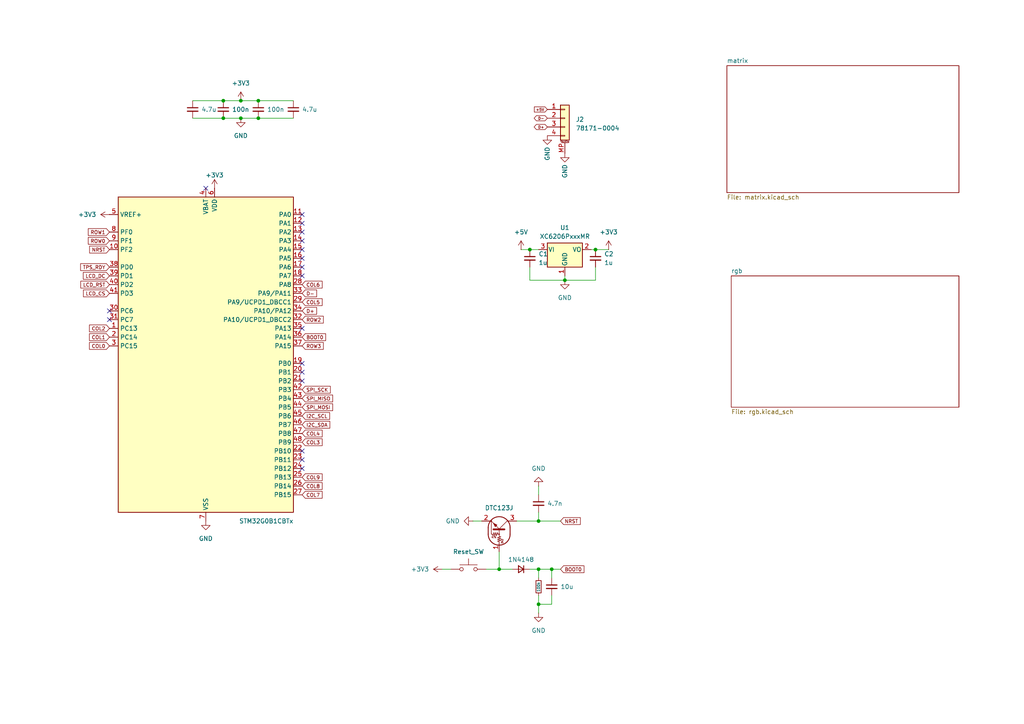
<source format=kicad_sch>
(kicad_sch (version 20250114) (generator "eeschema") (generator_version "9.0")
  (paper "A4")
  (title_block (rev "1"))
  (lib_symbols
    (symbol "Connector_Generic_MountingPin:Conn_01x04_MountingPin" (pin_names (offset 1.016) (hide yes))
      (property "Reference" "J" (at 0 5.08 0))
      (property "Value" "Conn_01x04_MountingPin" (at 1.27 -7.62 0))
      (symbol "Conn_01x04_MountingPin_1_1"
        (rectangle (start -1.27 3.81) (end 1.27 -6.35) (stroke (width 0.254)) (fill (type background)))
        (rectangle (start -1.27 2.667) (end 0 2.413) (stroke (width 0.1524)))
        (rectangle (start -1.27 0.127) (end 0 -0.127) (stroke (width 0.1524)))
        (rectangle (start -1.27 -2.413) (end 0 -2.667) (stroke (width 0.1524)))
        (rectangle (start -1.27 -4.953) (end 0 -5.207) (stroke (width 0.1524)))
        (polyline (pts (xy -1.016 -7.112) (xy 1.016 -7.112)) (stroke (width 0.1524)))
        (text "Mounting" (at 0 -6.731 0) (effects (font (size 0.381 0.381))))
        (pin passive line (at -5.08 2.54 0) (length 3.81) (name "Pin_1") (number "1"))
        (pin passive line (at -5.08 0 0) (length 3.81) (name "Pin_2") (number "2"))
        (pin passive line (at -5.08 -2.54 0) (length 3.81) (name "Pin_3") (number "3"))
        (pin passive line (at -5.08 -5.08 0) (length 3.81) (name "Pin_4") (number "4"))
        (pin passive line (at 0 -10.16 90) (length 3.048) (name "MountPin") (number "MP"))
      )
    )
    (symbol "Device:C_Small" (pin_numbers (hide yes)) (pin_names (offset 0.254) (hide yes))
      (property "Reference" "C" (at 0.254 1.778 0))
      (property "Value" "C_Small" (at 0.254 -2.032 0))
      (symbol "C_Small_0_1"
        (polyline (pts (xy -1.524 0.508) (xy 1.524 0.508)) (stroke (width 0.3048)))
        (polyline (pts (xy -1.524 -0.508) (xy 1.524 -0.508)) (stroke (width 0.3302)))
      )
      (symbol "C_Small_1_1"
        (pin passive line (at 0 2.54 270) (length 2.032) (name "~") (number "1"))
        (pin passive line (at 0 -2.54 90) (length 2.032) (name "~") (number "2"))
      )
    )
    (symbol "Device:D_Small" (pin_numbers (hide yes)) (pin_names (offset 0.254) (hide yes))
      (property "Reference" "D" (at -1.27 2.032 0))
      (property "Value" "D_Small" (at -3.81 -2.032 0))
      (symbol "D_Small_0_1"
        (polyline (pts (xy -0.762 0) (xy 0.762 0)))
        (polyline (pts (xy -0.762 -1.016) (xy -0.762 1.016)) (stroke (width 0.254)))
        (polyline (pts (xy 0.762 -1.016) (xy -0.762 0) (xy 0.762 1.016) (xy 0.762 -1.016)) (stroke (width 0.254)))
      )
      (symbol "D_Small_1_1"
        (pin passive line (at -2.54 0 0) (length 1.778) (name "K") (number "1"))
        (pin passive line (at 2.54 0 180) (length 1.778) (name "A") (number "2"))
      )
    )
    (symbol "Device:R_Small" (pin_numbers (hide yes)) (pin_names (offset 0.254) (hide yes))
      (property "Reference" "R" (at 0.762 0.508 0))
      (property "Value" "R_Small" (at 0.762 -1.016 0))
      (symbol "R_Small_0_1"
        (rectangle (start -0.762 1.778) (end 0.762 -1.778) (stroke (width 0.2032)))
      )
      (symbol "R_Small_1_1"
        (pin passive line (at 0 2.54 270) (length 0.762) (name "~") (number "1"))
        (pin passive line (at 0 -2.54 90) (length 0.762) (name "~") (number "2"))
      )
    )
    (symbol "MCU_ST_STM32G0:STM32G0B1CBTx"
      (property "Reference" "U" (at -25.4 46.99 0))
      (property "Value" "STM32G0B1CBTx" (at 5.08 46.99 0))
      (symbol "STM32G0B1CBTx_0_1"
        (rectangle (start -25.4 -45.72) (end 25.4 45.72) (stroke (width 0.254)) (fill (type background)))
      )
      (symbol "STM32G0B1CBTx_1_1"
        (pin input line (at -27.94 40.64 0) (length 2.54) (name "VREF+") (number "5"))
        (pin bidirectional line (at -27.94 35.56 0) (length 2.54) (name "PF0") (number "8"))
        (pin bidirectional line (at -27.94 33.02 0) (length 2.54) (name "PF1") (number "9"))
        (pin bidirectional line (at -27.94 30.48 0) (length 2.54) (name "PF2") (number "10"))
        (pin bidirectional line (at -27.94 25.4 0) (length 2.54) (name "PD0") (number "38"))
        (pin bidirectional line (at -27.94 22.86 0) (length 2.54) (name "PD1") (number "39"))
        (pin bidirectional line (at -27.94 20.32 0) (length 2.54) (name "PD2") (number "40"))
        (pin bidirectional line (at -27.94 17.78 0) (length 2.54) (name "PD3") (number "41"))
        (pin bidirectional line (at -27.94 12.7 0) (length 2.54) (name "PC6") (number "30"))
        (pin bidirectional line (at -27.94 10.16 0) (length 2.54) (name "PC7") (number "31"))
        (pin bidirectional line (at -27.94 7.62 0) (length 2.54) (name "PC13") (number "1"))
        (pin bidirectional line (at -27.94 5.08 0) (length 2.54) (name "PC14") (number "2"))
        (pin bidirectional line (at -27.94 2.54 0) (length 2.54) (name "PC15") (number "3"))
        (pin power_in line (at 0 48.26 270) (length 2.54) (name "VBAT") (number "4"))
        (pin power_in line (at 0 -48.26 90) (length 2.54) (name "VSS") (number "7"))
        (pin power_in line (at 2.54 48.26 270) (length 2.54) (name "VDD") (number "6"))
        (pin bidirectional line (at 27.94 40.64 180) (length 2.54) (name "PA0") (number "11"))
        (pin bidirectional line (at 27.94 38.1 180) (length 2.54) (name "PA1") (number "12"))
        (pin bidirectional line (at 27.94 35.56 180) (length 2.54) (name "PA2") (number "13"))
        (pin bidirectional line (at 27.94 33.02 180) (length 2.54) (name "PA3") (number "14"))
        (pin bidirectional line (at 27.94 30.48 180) (length 2.54) (name "PA4") (number "15"))
        (pin bidirectional line (at 27.94 27.94 180) (length 2.54) (name "PA5") (number "16"))
        (pin bidirectional line (at 27.94 25.4 180) (length 2.54) (name "PA6") (number "17"))
        (pin bidirectional line (at 27.94 22.86 180) (length 2.54) (name "PA7") (number "18"))
        (pin bidirectional line (at 27.94 20.32 180) (length 2.54) (name "PA8") (number "28"))
        (pin bidirectional line (at 27.94 17.78 180) (length 2.54) (name "PA9/PA11") (number "33"))
        (pin bidirectional line (at 27.94 15.24 180) (length 2.54) (name "PA9/UCPD1_DBCC1") (number "29"))
        (pin bidirectional line (at 27.94 12.7 180) (length 2.54) (name "PA10/PA12") (number "34"))
        (pin bidirectional line (at 27.94 10.16 180) (length 2.54) (name "PA10/UCPD1_DBCC2") (number "32"))
        (pin bidirectional line (at 27.94 7.62 180) (length 2.54) (name "PA13") (number "35"))
        (pin bidirectional line (at 27.94 5.08 180) (length 2.54) (name "PA14") (number "36"))
        (pin bidirectional line (at 27.94 2.54 180) (length 2.54) (name "PA15") (number "37"))
        (pin bidirectional line (at 27.94 -2.54 180) (length 2.54) (name "PB0") (number "19"))
        (pin bidirectional line (at 27.94 -5.08 180) (length 2.54) (name "PB1") (number "20"))
        (pin bidirectional line (at 27.94 -7.62 180) (length 2.54) (name "PB2") (number "21"))
        (pin bidirectional line (at 27.94 -10.16 180) (length 2.54) (name "PB3") (number "42"))
        (pin bidirectional line (at 27.94 -12.7 180) (length 2.54) (name "PB4") (number "43"))
        (pin bidirectional line (at 27.94 -15.24 180) (length 2.54) (name "PB5") (number "44"))
        (pin bidirectional line (at 27.94 -17.78 180) (length 2.54) (name "PB6") (number "45"))
        (pin bidirectional line (at 27.94 -20.32 180) (length 2.54) (name "PB7") (number "46"))
        (pin bidirectional line (at 27.94 -22.86 180) (length 2.54) (name "PB8") (number "47"))
        (pin bidirectional line (at 27.94 -25.4 180) (length 2.54) (name "PB9") (number "48"))
        (pin bidirectional line (at 27.94 -27.94 180) (length 2.54) (name "PB10") (number "22"))
        (pin bidirectional line (at 27.94 -30.48 180) (length 2.54) (name "PB11") (number "23"))
        (pin bidirectional line (at 27.94 -33.02 180) (length 2.54) (name "PB12") (number "24"))
        (pin bidirectional line (at 27.94 -35.56 180) (length 2.54) (name "PB13") (number "25"))
        (pin bidirectional line (at 27.94 -38.1 180) (length 2.54) (name "PB14") (number "26"))
        (pin bidirectional line (at 27.94 -40.64 180) (length 2.54) (name "PB15") (number "27"))
      )
    )
    (symbol "Regulator_Linear:XC6206PxxxMR" (pin_names (offset 0.254))
      (property "Reference" "U" (at -3.81 3.175 0))
      (property "Value" "XC6206PxxxMR" (at 0 3.175 0))
      (symbol "XC6206PxxxMR_0_1"
        (rectangle (start -5.08 1.905) (end 5.08 -5.08) (stroke (width 0.254)) (fill (type background)))
      )
      (symbol "XC6206PxxxMR_1_1"
        (pin power_in line (at -7.62 0 0) (length 2.54) (name "VI") (number "3"))
        (pin power_in line (at 0 -7.62 90) (length 2.54) (name "GND") (number "1"))
        (pin power_out line (at 7.62 0 180) (length 2.54) (name "VO") (number "2"))
      )
    )
    (symbol "Switch:SW_Push" (pin_numbers (hide yes)) (pin_names (offset 1.016) (hide yes))
      (property "Reference" "SW" (at 1.27 2.54 0))
      (property "Value" "SW_Push" (at 0 -1.524 0))
      (symbol "SW_Push_0_1"
        (circle (center -2.032 0) (radius 0.508))
        (polyline (pts (xy 0 1.27) (xy 0 3.048)))
        (circle (center 2.032 0) (radius 0.508))
        (polyline (pts (xy 2.54 1.27) (xy -2.54 1.27)))
        (pin passive line (at -5.08 0 0) (length 2.54) (name "1") (number "1"))
        (pin passive line (at 5.08 0 180) (length 2.54) (name "2") (number "2"))
      )
    )
    (symbol "Transistor_BJT:DTC123J" (pin_names (offset 0) (hide yes))
      (property "Reference" "Q" (at 5.08 1.905 0))
      (property "Value" "DTC123J" (at 5.08 0 0))
      (symbol "DTC123J_0_0"
        (text "2k2" (at -3.302 0.889 0) (effects (font (size 0.508 0.508))))
        (text "47k" (at -2.159 -1.524 900) (effects (font (size 0.508 0.508))))
      )
      (symbol "DTC123J_0_1"
        (polyline (pts (xy -3.429 0) (xy -3.81 0)))
        (polyline (pts (xy -1.27 3.175) (xy 0.635 3.175)) (stroke (width 0.254)))
        (circle (center -1.27 0) (radius 0.127))
        (polyline (pts (xy -1.27 0) (xy -1.27 -0.381) (xy -0.762 -0.508) (xy -1.778 -0.762) (xy -0.762 -1.016) (xy -1.778 -1.27) (xy -0.762 -1.524) (xy -1.778 -1.778) (xy -1.27 -1.905) (xy -1.27 -2.286) (xy 2.54 -2.286)))
        (polyline (pts (xy -1.27 -3.175) (xy 0.635 -3.175)) (stroke (width 0.254)))
        (arc (start -1.27 -3.175) (mid -4.4312 0) (end -1.27 3.175) (stroke (width 0.254)))
        (polyline (pts (xy 0 0) (xy -1.905 0) (xy -2.032 0.508) (xy -2.286 -0.508) (xy -2.54 0.508) (xy -2.794 -0.508) (xy -3.048 0.508) (xy -3.302 -0.508) (xy -3.429 0)))
        (polyline (pts (xy 0 -0.254) (xy 2.54 2.286)))
        (polyline (pts (xy 0.127 1.524) (xy 0.127 -1.651)) (stroke (width 0.508)) (fill (type outline)))
        (arc (start 0.635 3.175) (mid 3.7962 0) (end 0.635 -3.175) (stroke (width 0.254)))
        (polyline (pts (xy 0.889 -1.143) (xy 1.397 -0.635) (xy 1.905 -1.651) (xy 0.889 -1.143)) (fill (type outline)))
        (polyline (pts (xy 2.54 2.286) (xy 2.54 2.54)))
        (polyline (pts (xy 2.54 -2.286) (xy 0 0.254) (xy 0 0.254)))
        (circle (center 2.54 -2.286) (radius 0.127))
      )
      (symbol "DTC123J_1_1"
        (pin input line (at -6.35 0 0) (length 2.54) (name "B") (number "1"))
        (pin passive line (at 2.54 5.08 270) (length 2.54) (name "C") (number "3"))
        (pin passive line (at 2.54 -5.08 90) (length 2.54) (name "E") (number "2"))
      )
    )
    (symbol "power:+3V3" (power) (pin_numbers (hide yes)) (pin_names (offset 0) (hide yes))
      (property "Value" "+3V3" (at 0 3.556 0))
      (symbol "+3V3_0_1"
        (polyline (pts (xy -0.762 1.27) (xy 0 2.54)))
        (polyline (pts (xy 0 2.54) (xy 0.762 1.27)))
        (polyline (pts (xy 0 0) (xy 0 2.54)))
      )
      (symbol "+3V3_1_1"
        (pin power_in line (at 0 0 90) (length 0) (name "~") (number "1"))
      )
    )
    (symbol "power:+5V" (power) (pin_numbers (hide yes)) (pin_names (offset 0) (hide yes))
      (property "Value" "+5V" (at 0 3.556 0))
      (symbol "+5V_0_1"
        (polyline (pts (xy -0.762 1.27) (xy 0 2.54)))
        (polyline (pts (xy 0 2.54) (xy 0.762 1.27)))
        (polyline (pts (xy 0 0) (xy 0 2.54)))
      )
      (symbol "+5V_1_1"
        (pin power_in line (at 0 0 90) (length 0) (name "~") (number "1"))
      )
    )
    (symbol "power:GND" (power) (pin_numbers (hide yes)) (pin_names (offset 0) (hide yes))
      (property "Value" "GND" (at 0 -3.81 0))
      (symbol "GND_0_1"
        (polyline (pts (xy 0 0) (xy 0 -1.27) (xy 1.27 -1.27) (xy 0 -2.54) (xy -1.27 -1.27) (xy 0 -1.27)))
      )
      (symbol "GND_1_1"
        (pin power_in line (at 0 0 270) (length 0) (name "~") (number "1"))
      )
    )
  )
  (junction (at 160.02 165.1))
  (junction (at 156.21 165.1))
  (junction (at 69.85 34.29))
  (junction (at 64.77 29.21))
  (junction (at 69.85 29.21))
  (junction (at 64.77 34.29))
  (junction (at 144.78 165.1))
  (junction (at 74.93 29.21))
  (junction (at 74.93 34.29))
  (junction (at 156.21 151.13))
  (junction (at 156.21 175.26))
  (junction (at 172.72 72.39))
  (junction (at 153.67 72.39))
  (junction (at 163.83 81.28))
  (no_connect (at 31.75 90.17))
  (no_connect (at 87.63 130.81))
  (no_connect (at 87.63 133.35))
  (no_connect (at 87.63 95.25))
  (no_connect (at 59.69 54.61))
  (no_connect (at 87.63 67.31))
  (no_connect (at 87.63 107.95))
  (no_connect (at 87.63 110.49))
  (no_connect (at 87.63 64.77))
  (no_connect (at 87.63 62.23))
  (no_connect (at 87.63 77.47))
  (no_connect (at 87.63 135.89))
  (no_connect (at 31.75 92.71))
  (no_connect (at 87.63 105.41))
  (no_connect (at 87.63 74.93))
  (no_connect (at 87.63 69.85))
  (no_connect (at 87.63 80.01))
  (no_connect (at 87.63 72.39))
  (wire (pts (xy 160.02 175.26) (xy 160.02 172.72)))
  (wire (pts (xy 156.21 140.97) (xy 156.21 143.51)))
  (wire (pts (xy 153.67 72.39) (xy 156.21 72.39)))
  (wire (pts (xy 156.21 151.13) (xy 162.56 151.13)))
  (wire (pts (xy 156.21 165.1) (xy 160.02 165.1)))
  (wire (pts (xy 64.77 29.21) (xy 69.85 29.21)))
  (wire (pts (xy 171.45 72.39) (xy 172.72 72.39)))
  (wire (pts (xy 172.72 81.28) (xy 163.83 81.28)))
  (wire (pts (xy 137.16 151.13) (xy 139.7 151.13)))
  (wire (pts (xy 172.72 77.47) (xy 172.72 81.28)))
  (wire (pts (xy 156.21 175.26) (xy 160.02 175.26)))
  (wire (pts (xy 140.97 165.1) (xy 144.78 165.1)))
  (wire (pts (xy 74.93 29.21) (xy 85.09 29.21)))
  (wire (pts (xy 69.85 34.29) (xy 74.93 34.29)))
  (wire (pts (xy 55.88 29.21) (xy 64.77 29.21)))
  (wire (pts (xy 163.83 81.28) (xy 163.83 80.01)))
  (wire (pts (xy 160.02 165.1) (xy 162.56 165.1)))
  (wire (pts (xy 156.21 172.72) (xy 156.21 175.26)))
  (wire (pts (xy 156.21 148.59) (xy 156.21 151.13)))
  (wire (pts (xy 151.13 72.39) (xy 153.67 72.39)))
  (wire (pts (xy 69.85 29.21) (xy 74.93 29.21)))
  (wire (pts (xy 64.77 34.29) (xy 69.85 34.29)))
  (wire (pts (xy 153.67 81.28) (xy 163.83 81.28)))
  (wire (pts (xy 156.21 165.1) (xy 156.21 167.64)))
  (wire (pts (xy 160.02 165.1) (xy 160.02 167.64)))
  (wire (pts (xy 153.67 165.1) (xy 156.21 165.1)))
  (wire (pts (xy 55.88 34.29) (xy 64.77 34.29)))
  (wire (pts (xy 128.27 165.1) (xy 130.81 165.1)))
  (wire (pts (xy 144.78 160.02) (xy 144.78 165.1)))
  (wire (pts (xy 156.21 175.26) (xy 156.21 177.8)))
  (wire (pts (xy 153.67 77.47) (xy 153.67 81.28)))
  (wire (pts (xy 74.93 34.29) (xy 85.09 34.29)))
  (wire (pts (xy 149.86 151.13) (xy 156.21 151.13)))
  (wire (pts (xy 144.78 165.1) (xy 148.59 165.1)))
  (wire (pts (xy 172.72 72.39) (xy 176.53 72.39)))
  (global_label "COL6" (shape input) (at 87.63 82.55 0) (effects (font (size 1.016 1.016))) (property "Intersheetrefs" "${INTERSHEET_REFS}" (effects (hide yes))))
  (global_label "COL 6" (shape input) (at 331.47 107.95 180) (property "Intersheetrefs" "${INTERSHEET_REFS}" (effects (hide yes))))
  (global_label "COL 2" (shape input) (at 331.47 123.19 180) (property "Intersheetrefs" "${INTERSHEET_REFS}" (effects (hide yes))))
  (global_label "COL2" (shape input) (at 31.75 95.25 180) (effects (font (size 1.016 1.016))) (property "Intersheetrefs" "${INTERSHEET_REFS}" (effects (hide yes))))
  (global_label "ROW 1" (shape input) (at 331.47 102.87 180) (property "Intersheetrefs" "${INTERSHEET_REFS}" (effects (hide yes))))
  (global_label "COL 3" (shape input) (at 331.47 125.73 180) (property "Intersheetrefs" "${INTERSHEET_REFS}" (effects (hide yes))))
  (global_label "COL 5" (shape input) (at 367.03 82.55 0) (property "Intersheetrefs" "${INTERSHEET_REFS}" (effects (hide yes))))
  (global_label "SPI_MISO" (shape input) (at 87.63 115.57 0) (effects (font (size 1.016 1.016))) (property "Intersheetrefs" "${INTERSHEET_REFS}" (effects (hide yes))))
  (global_label "ROW3" (shape input) (at 87.63 100.33 0) (effects (font (size 1.016 1.016))) (property "Intersheetrefs" "${INTERSHEET_REFS}" (effects (hide yes))))
  (global_label "SPI_MOSI" (shape input) (at 87.63 118.11 0) (effects (font (size 1.016 1.016))) (property "Intersheetrefs" "${INTERSHEET_REFS}" (effects (hide yes))))
  (global_label "COL7" (shape input) (at 87.63 143.51 0) (effects (font (size 1.016 1.016))) (property "Intersheetrefs" "${INTERSHEET_REFS}" (effects (hide yes))))
  (global_label "LCD_RST" (shape input) (at 31.75 82.55 180) (effects (font (size 1.016 1.016))) (property "Intersheetrefs" "${INTERSHEET_REFS}" (effects (hide yes))))
  (global_label "SPI_SCK" (shape input) (at 87.63 113.03 0) (effects (font (size 1.016 1.016))) (property "Intersheetrefs" "${INTERSHEET_REFS}" (effects (hide yes))))
  (global_label "D+" (shape input) (at 87.63 90.17 0) (effects (font (size 1.016 1.016))) (property "Intersheetrefs" "${INTERSHEET_REFS}" (effects (hide yes))))
  (global_label "COL 10" (shape input) (at 367.03 62.23 0) (property "Intersheetrefs" "${INTERSHEET_REFS}" (effects (hide yes))))
  (global_label "LCD_CS" (shape input) (at 31.75 85.09 180) (effects (font (size 1.016 1.016))) (property "Intersheetrefs" "${INTERSHEET_REFS}" (effects (hide yes))))
  (global_label "BOOT0" (shape input) (at 162.56 165.1 0) (effects (font (size 1.016 1.016))) (property "Intersheetrefs" "${INTERSHEET_REFS}" (effects (hide yes))))
  (global_label "TPS_RDY" (shape input) (at 31.75 77.47 180) (effects (font (size 1.016 1.016))) (property "Intersheetrefs" "${INTERSHEET_REFS}" (effects (hide yes))))
  (global_label "COL 1" (shape input) (at 331.47 120.65 180) (property "Intersheetrefs" "${INTERSHEET_REFS}" (effects (hide yes))))
  (global_label "COL0" (shape input) (at 31.75 100.33 180) (effects (font (size 1.016 1.016))) (property "Intersheetrefs" "${INTERSHEET_REFS}" (effects (hide yes))))
  (global_label "COL 9" (shape input) (at 331.47 74.93 180) (property "Intersheetrefs" "${INTERSHEET_REFS}" (effects (hide yes))))
  (global_label "LCD_DC" (shape input) (at 31.75 80.01 180) (effects (font (size 1.016 1.016))) (property "Intersheetrefs" "${INTERSHEET_REFS}" (effects (hide yes))))
  (global_label "COL8" (shape input) (at 87.63 140.97 0) (effects (font (size 1.016 1.016))) (property "Intersheetrefs" "${INTERSHEET_REFS}" (effects (hide yes))))
  (global_label "COL 8" (shape input) (at 331.47 72.39 180) (property "Intersheetrefs" "${INTERSHEET_REFS}" (effects (hide yes))))
  (global_label "COL 0" (shape input) (at 331.47 118.11 180) (property "Intersheetrefs" "${INTERSHEET_REFS}" (effects (hide yes))))
  (global_label "ROW2" (shape input) (at 87.63 92.71 0) (effects (font (size 1.016 1.016))) (property "Intersheetrefs" "${INTERSHEET_REFS}" (effects (hide yes))))
  (global_label "COL4" (shape input) (at 87.63 125.73 0) (effects (font (size 1.016 1.016))) (property "Intersheetrefs" "${INTERSHEET_REFS}" (effects (hide yes))))
  (global_label "COL3" (shape input) (at 87.63 128.27 0) (effects (font (size 1.016 1.016))) (property "Intersheetrefs" "${INTERSHEET_REFS}" (effects (hide yes))))
  (global_label "BOOT0" (shape input) (at 87.63 97.79 0) (effects (font (size 1.016 1.016))) (property "Intersheetrefs" "${INTERSHEET_REFS}" (effects (hide yes))))
  (global_label "COL5" (shape input) (at 87.63 87.63 0) (effects (font (size 1.016 1.016))) (property "Intersheetrefs" "${INTERSHEET_REFS}" (effects (hide yes))))
  (global_label "ROW 0" (shape input) (at 331.47 105.41 180) (property "Intersheetrefs" "${INTERSHEET_REFS}" (effects (hide yes))))
  (global_label "ROW1" (shape input) (at 31.75 67.31 180) (effects (font (size 1.016 1.016))) (property "Intersheetrefs" "${INTERSHEET_REFS}" (effects (hide yes))))
  (global_label "ROW 2" (shape input) (at 367.03 95.25 0) (property "Intersheetrefs" "${INTERSHEET_REFS}" (effects (hide yes))))
  (global_label "NRST" (shape input) (at 162.56 151.13 0) (effects (font (size 1.016 1.016))) (property "Intersheetrefs" "${INTERSHEET_REFS}" (effects (hide yes))))
  (global_label "I2C_SDA" (shape input) (at 87.63 123.19 0) (effects (font (size 1.016 1.016))) (property "Intersheetrefs" "${INTERSHEET_REFS}" (effects (hide yes))))
  (global_label "D-" (shape input) (at 87.63 85.09 0) (effects (font (size 1.016 1.016))) (property "Intersheetrefs" "${INTERSHEET_REFS}" (effects (hide yes))))
  (global_label "D+" (shape bidirectional) (at 158.75 36.83 180) (effects (font (size 0.762 0.762))) (property "Intersheetrefs" "${INTERSHEET_REFS}" (effects (hide yes))))
  (global_label "NRST" (shape input) (at 31.75 72.39 180) (effects (font (size 1.016 1.016))) (property "Intersheetrefs" "${INTERSHEET_REFS}" (effects (hide yes))))
  (global_label "COL 4" (shape input) (at 331.47 128.27 180) (property "Intersheetrefs" "${INTERSHEET_REFS}" (effects (hide yes))))
  (global_label "COL 7" (shape input) (at 331.47 85.09 180) (property "Intersheetrefs" "${INTERSHEET_REFS}" (effects (hide yes))))
  (global_label "RGB 5V" (shape input) (at 325.12 142.24 180) (property "Intersheetrefs" "${INTERSHEET_REFS}" (effects (hide yes))))
  (global_label "+5V" (shape input) (at 158.75 31.75 180) (effects (font (size 0.762 0.762))) (property "Intersheetrefs" "${INTERSHEET_REFS}" (effects (hide yes))))
  (global_label "COL1" (shape input) (at 31.75 97.79 180) (effects (font (size 1.016 1.016))) (property "Intersheetrefs" "${INTERSHEET_REFS}" (effects (hide yes))))
  (global_label "RGB 3V3" (shape input) (at 326.39 148.59 180) (property "Intersheetrefs" "${INTERSHEET_REFS}" (effects (hide yes))))
  (global_label "D-" (shape bidirectional) (at 158.75 34.29 180) (effects (font (size 0.762 0.762))) (property "Intersheetrefs" "${INTERSHEET_REFS}" (effects (hide yes))))
  (global_label "COL 11" (shape input) (at 367.03 64.77 0) (property "Intersheetrefs" "${INTERSHEET_REFS}" (effects (hide yes))))
  (global_label "COL9" (shape input) (at 87.63 138.43 0) (effects (font (size 1.016 1.016))) (property "Intersheetrefs" "${INTERSHEET_REFS}" (effects (hide yes))))
  (global_label "ROW 3" (shape input) (at 331.47 95.25 180) (property "Intersheetrefs" "${INTERSHEET_REFS}" (effects (hide yes))))
  (global_label "ROW0" (shape input) (at 31.75 69.85 180) (effects (font (size 1.016 1.016))) (property "Intersheetrefs" "${INTERSHEET_REFS}" (effects (hide yes))))
  (global_label "I2C_SCL" (shape input) (at 87.63 120.65 0) (effects (font (size 1.016 1.016))) (property "Intersheetrefs" "${INTERSHEET_REFS}" (effects (hide yes))))
  (symbol (lib_id "Device:C_Small") (at 74.93 31.75 0) (unit 1)
    (property "Reference" "C14" (effects (hide yes)))
    (property "Value" "100n" (at 77.47 31.7562 0) (effects (justify left)))
    (property "Footprint" "Capacitor_SMD:C_0805_2012Metric" (effects (hide yes)))
    (property "Description" "Unpolarized capacitor, small symbol" (effects (hide yes)))
  )
  (symbol (lib_id "power:GND") (at 156.21 140.97 180) (unit 1)
    (property "Reference" "#PWR024" (effects (hide yes)))
    (property "Value" "GND" (at 156.21 135.89 0))
    (property "Description" "Power symbol creates a global label with name \"GND\" , ground" (effects (hide yes)))
  )
  (symbol (lib_id "power:+3V3") (at 62.23 54.61 0) (unit 1)
    (property "Reference" "#PWR027" (effects (hide yes)))
    (property "Value" "+3V3" (at 62.23 50.8 0))
    (property "Description" "Power symbol creates a global label with name \"+3V3\"" (effects (hide yes)))
  )
  (symbol (lib_id "power:+3V3") (at 69.85 29.21 0) (unit 1)
    (property "Reference" "#PWR05" (effects (hide yes)))
    (property "Value" "+3V3" (at 69.85 24.13 0))
    (property "Description" "Power symbol creates a global label with name \"+3V3\"" (effects (hide yes)))
  )
  (symbol (lib_id "Device:C_Small") (at 153.67 74.93 0) (unit 1)
    (property "Reference" "C1" (at 156.21 73.6662 0) (effects (justify left)))
    (property "Value" "1u" (at 156.21 76.2062 0) (effects (justify left)))
    (property "Footprint" "Capacitor_SMD:C_0402_1005Metric" (effects (hide yes)))
    (property "Description" "Unpolarized capacitor, small symbol" (effects (hide yes)))
  )
  (symbol (lib_id "Transistor_BJT:DTC123J") (at 144.78 153.67 270) (mirror x) (unit 1)
    (property "Reference" "Q1" (effects (hide yes)))
    (property "Value" "DTC123J" (at 144.78 147.32 90))
    (property "Footprint" "Package_TO_SOT_SMD:SOT-23" (effects (hide yes)))
    (property "Description" "Digital NPN Transistor, 2k2/47k, SOT-23" (effects (hide yes)))
  )
  (symbol (lib_id "Device:D_Small") (at 151.13 165.1 180) (unit 1)
    (property "Reference" "D47" (effects (hide yes)))
    (property "Value" "1N4148" (at 151.13 162.306 0))
    (property "Footprint" "Diode_SMD:D_SOD-123" (effects (hide yes)))
    (property "Description" "Diode, small symbol" (effects (hide yes)))
    (property "Sim.Device" "D" (effects (hide yes)))
    (property "Sim.Pins" "1=K 2=A" (effects (hide yes)))
  )
  (symbol (lib_id "power:GND") (at 163.83 81.28 0) (unit 1)
    (property "Reference" "#PWR04" (effects (hide yes)))
    (property "Value" "GND" (at 163.83 86.36 0))
    (property "Description" "Power symbol creates a global label with name \"GND\" , ground" (effects (hide yes)))
  )
  (symbol (lib_id "power:GND") (at 137.16 151.13 270) (unit 1)
    (property "Reference" "#PWR023" (effects (hide yes)))
    (property "Value" "GND" (at 133.35 151.1299 90) (effects (justify right)))
    (property "Description" "Power symbol creates a global label with name \"GND\" , ground" (effects (hide yes)))
  )
  (symbol (lib_id "Device:C_Small") (at 156.21 146.05 0) (unit 1)
    (property "Reference" "C12" (effects (hide yes)))
    (property "Value" "4.7n" (at 158.75 146.05 0) (effects (justify left)))
    (property "Footprint" "Capacitor_SMD:C_0805_2012Metric" (effects (hide yes)))
    (property "Description" "Unpolarized capacitor, small symbol" (effects (hide yes)))
  )
  (symbol (lib_id "power:GND") (at 69.85 34.29 0) (unit 1)
    (property "Reference" "#PWR018" (effects (hide yes)))
    (property "Value" "GND" (at 69.85 39.37 0))
    (property "Description" "Power symbol creates a global label with name \"GND\" , ground" (effects (hide yes)))
  )
  (symbol (lib_id "Device:C_Small") (at 64.77 31.75 0) (unit 1)
    (property "Reference" "C16" (effects (hide yes)))
    (property "Value" "100n" (at 67.31 31.7562 0) (effects (justify left)))
    (property "Footprint" "Capacitor_SMD:C_0805_2012Metric" (effects (hide yes)))
    (property "Description" "Unpolarized capacitor, small symbol" (effects (hide yes)))
  )
  (symbol (lib_id "Switch:SW_Push") (at 135.89 165.1 0) (unit 1)
    (property "Reference" "SW1" (effects (hide yes)))
    (property "Value" "Reset_SW" (at 135.89 160.02 0))
    (property "Footprint" "PCM_marbastlib-various:SW_SPST_SKQG_WithStem" (effects (hide yes)))
    (property "Description" "Push button switch, generic, two pins" (effects (hide yes)))
  )
  (symbol (lib_id "Device:R_Small") (at 156.21 170.18 0) (unit 1)
    (property "Reference" "R11" (effects (hide yes)))
    (property "Value" "100k" (at 156.21 171.704 90) (effects (font (size 0.762 0.762)) (justify left)))
    (property "Footprint" "Resistor_SMD:R_0805_2012Metric" (effects (hide yes)))
    (property "Description" "Resistor, small symbol" (effects (hide yes)))
  )
  (symbol (lib_id "power:GND") (at 156.21 177.8 0) (unit 1)
    (property "Reference" "#PWR026" (effects (hide yes)))
    (property "Value" "GND" (at 156.21 182.88 0))
    (property "Description" "Power symbol creates a global label with name \"GND\" , ground" (effects (hide yes)))
  )
  (symbol (lib_id "Connector_Generic_MountingPin:Conn_01x04_MountingPin") (at 163.83 34.29 0) (unit 1)
    (property "Reference" "J2" (at 167.005 34.6455 0) (effects (justify left)))
    (property "Value" "78171-0004" (at 167.005 37.1855 0) (effects (justify left)))
    (property "Footprint" "PCM_marbastlib-various:Molex_Pico-EZmate_78171-0004_1x04-1MP_P1.20mm_Vertical" (effects (hide yes)))
    (property "Manufacturer" "MOLEX" (effects (hide yes)))
    (property "Manufacturer Part Number" "78171-0004" (effects (hide yes)))
    (property "LCSC Part Number" "C588524" (effects (hide yes)))
  )
  (symbol (lib_id "power:+5V") (at 151.13 72.39 0) (unit 1)
    (property "Reference" "#PWR01" (effects (hide yes)))
    (property "Value" "+5V" (at 151.13 67.31 0))
    (property "Description" "Power symbol creates a global label with name \"+5V\"" (effects (hide yes)))
  )
  (symbol (lib_id "Device:C_Small") (at 85.09 31.75 0) (unit 1)
    (property "Reference" "C17" (effects (hide yes)))
    (property "Value" "4.7u" (at 87.63 31.7562 0) (effects (justify left)))
    (property "Footprint" "Capacitor_SMD:C_0805_2012Metric" (effects (hide yes)))
    (property "Description" "Unpolarized capacitor, small symbol" (effects (hide yes)))
  )
  (symbol (lib_id "power:+3V3") (at 176.53 72.39 0) (unit 1)
    (property "Reference" "#PWR02" (effects (hide yes)))
    (property "Value" "+3V3" (at 176.53 67.31 0))
    (property "Description" "Power symbol creates a global label with name \"+3V3\"" (effects (hide yes)))
  )
  (symbol (lib_id "power:+3V3") (at 31.75 62.23 90) (unit 1)
    (property "Reference" "#PWR034" (effects (hide yes)))
    (property "Value" "+3V3" (at 27.94 62.2299 90) (effects (justify left)))
    (property "Description" "Power symbol creates a global label with name \"+3V3\"" (effects (hide yes)))
  )
  (symbol (lib_id "power:+3V3") (at 128.27 165.1 90) (unit 1)
    (property "Reference" "#PWR025" (effects (hide yes)))
    (property "Value" "+3V3" (at 124.46 165.0999 90) (effects (justify left)))
    (property "Description" "Power symbol creates a global label with name \"+3V3\"" (effects (hide yes)))
  )
  (symbol (lib_id "power:GND") (at 158.75 39.37 0) (unit 1)
    (property "Reference" "#PWR08" (effects (hide yes)))
    (property "Value" "GND" (at 158.75 42.545 90) (effects (justify right)))
  )
  (symbol (lib_id "power:GND") (at 163.83 44.45 0) (unit 1)
    (property "Reference" "#PWR09" (effects (hide yes)))
    (property "Value" "GND" (at 163.83 47.625 90) (effects (justify right)))
  )
  (symbol (lib_id "MCU_ST_STM32G0:STM32G0B1CBTx") (at 59.69 102.87 0) (unit 1)
    (property "Reference" "U4" (effects (hide yes)))
    (property "Value" "STM32G0B1CBTx" (at 69.342 151.13 0) (effects (justify left)))
    (property "Footprint" "Package_QFP:LQFP-48_7x7mm_P0.5mm" (effects (hide yes)))
    (property "Datasheet" "https://www.st.com/resource/en/datasheet/stm32g0b1cb.pdf" (effects (hide yes)))
    (property "Description" "STMicroelectronics Arm Cortex-M0+ MCU, 128KB flash, 144KB RAM, 64 MHz, 1.7-3.6V, 44 GPIO, LQFP48" (effects (hide yes)))
  )
  (symbol (lib_id "Device:C_Small") (at 55.88 31.75 0) (unit 1)
    (property "Reference" "C18" (effects (hide yes)))
    (property "Value" "4.7u" (at 58.42 31.7562 0) (effects (justify left)))
    (property "Footprint" "Capacitor_SMD:C_0805_2012Metric" (effects (hide yes)))
    (property "Description" "Unpolarized capacitor, small symbol" (effects (hide yes)))
  )
  (symbol (lib_id "Device:C_Small") (at 160.02 170.18 0) (unit 1)
    (property "Reference" "C13" (effects (hide yes)))
    (property "Value" "10u" (at 162.56 170.18 0) (effects (justify left)))
    (property "Footprint" "Capacitor_SMD:C_0805_2012Metric" (effects (hide yes)))
    (property "Description" "Unpolarized capacitor, small symbol" (effects (hide yes)))
  )
  (symbol (lib_id "Device:C_Small") (at 172.72 74.93 0) (unit 1)
    (property "Reference" "C2" (at 175.26 73.6662 0) (effects (justify left)))
    (property "Value" "1u" (at 175.26 76.2062 0) (effects (justify left)))
    (property "Footprint" "Capacitor_SMD:C_0402_1005Metric" (effects (hide yes)))
    (property "Description" "Unpolarized capacitor, small symbol" (effects (hide yes)))
  )
  (symbol (lib_id "Regulator_Linear:XC6206PxxxMR") (at 163.83 72.39 0) (unit 1)
    (property "Reference" "U1" (at 163.83 66.04 0))
    (property "Value" "XC6206PxxxMR" (at 163.83 68.58 0))
    (property "Footprint" "Package_TO_SOT_SMD:SOT-23-3" (effects (hide yes)))
    (property "Datasheet" "https://www.torexsemi.com/file/xc6206/XC6206.pdf" (effects (hide yes)))
    (property "Description" "Positive 60-250mA Low Dropout Regulator, Fixed Output, SOT-23" (effects (hide yes)))
  )
  (symbol (lib_id "power:GND") (at 59.69 151.13 0) (unit 1)
    (property "Reference" "#PWR029" (effects (hide yes)))
    (property "Value" "GND" (at 59.69 156.21 0))
    (property "Description" "Power symbol creates a global label with name \"GND\" , ground" (effects (hide yes)))
  )
  (sheet (at 212.09 80.01) (size 66.04 38.1) (stroke (width 0.1524))
    (property "Sheetname" "rgb" (at 212.09 79.2984 0) (effects (justify left bottom)))
    (property "Sheetfile" "rgb.kicad_sch" (at 212.09 118.6946 0) (effects (justify left top)))
  )
  (sheet (at 210.82 19.05) (size 67.31 36.83) (stroke (width 0.1524))
    (property "Sheetname" "matrix" (at 210.82 18.3384 0) (effects (justify left bottom)))
    (property "Sheetfile" "matrix.kicad_sch" (at 210.82 56.4646 0) (effects (justify left top)))
  )
)
</source>
